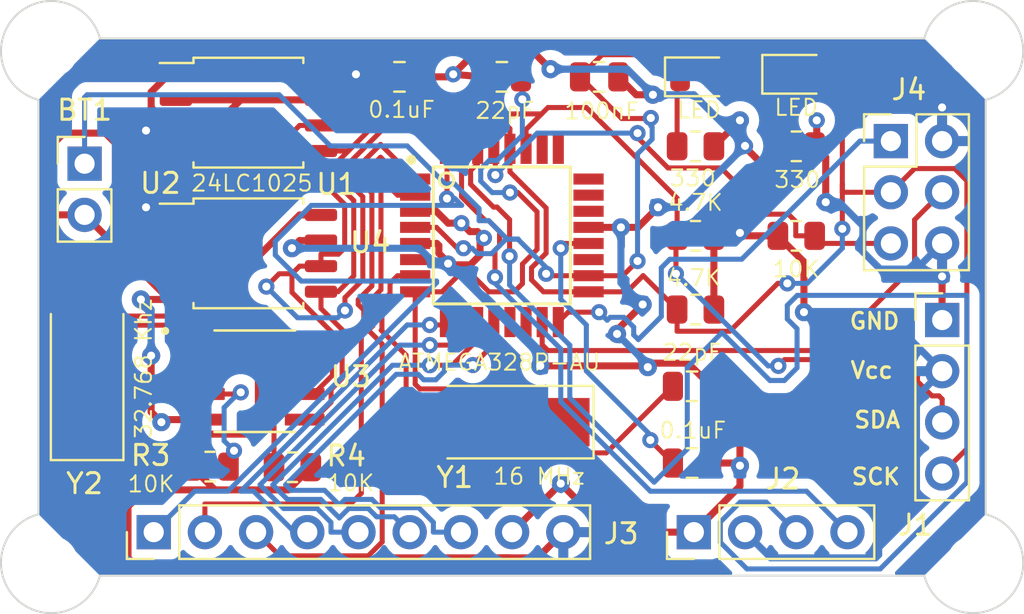
<source format=kicad_pcb>
(kicad_pcb (version 20221018) (generator pcbnew)
  (title_block (title "${project_name}") (date "2023-06-14") (rev "1") (comment 1 "2-Layer PCB version"))
  (layers (0 "F.Cu" mixed) (31 "B.Cu" mixed) (34 "B.Paste" user) (35 "F.Paste" user) (36 "B.SilkS" user "B.Silkscreen") (37 "F.SilkS" user "F.Silkscreen") (38 "B.Mask" user) (39 "F.Mask" user) (44 "Edge.Cuts" user))
  (property "project_name" "MCU Datalogger with memory and clock")
  (net 0 "")
  (net 1 "Net-(BT1-+)")
  (net 2 "GND")
  (net 3 "Net-(U4-AREF)")
  (net 4 "Net-(U4-PB6)")
  (net 5 "Net-(U4-PB7)")
  (net 6 "/Vcc")
  (net 7 "Net-(D1-K)")
  (net 8 "Net-(D2-K)")
  (net 9 "/SCK")
  (net 10 "/SDA")
  (net 11 "/RX")
  (net 12 "/TX")
  (net 13 "/D2")
  (net 14 "/D3")
  (net 15 "/D4")
  (net 16 "/D5")
  (net 17 "/D6")
  (net 18 "/D7")
  (net 19 "/D8")
  (net 20 "/MISO")
  (net 21 "/MOSI")
  (net 22 "/RESET")
  (net 23 "Net-(U3-~{INTA})")
  (net 24 "Net-(U3-SQW{slash}~INT)")
  (net 25 "Net-(U3-X1)")
  (net 26 "Net-(U3-X2)")
  (footprint "Connector_PinHeader_2.54mm:PinHeader_1x09_P2.54mm_Vertical" (layer "F.Cu") (at 130.937 114.427 90)
    (fp_text reference "J3")
    (fp_text value "Conn_01x09_Pin" hide)
  )
  (footprint "Crystal:Crystal_SMD_5032-2Pin_5.0x3.2mm_HandSoldering" (layer "F.Cu") (at 148.209 108.966 180)
    (fp_text reference "Y1")
    (fp_text value "16 MHz")
  )
  (footprint "Connector_PinHeader_2.54mm:PinHeader_1x04_P2.54mm_Vertical" (layer "F.Cu") (at 170.053 103.896)
    (fp_text reference "J1")
    (fp_text value "Conn_01x04_Pin" hide)
  )
  (footprint "MountingHole:MountingHole_2.1mm" (layer "F.Cu") (at 125.875 115.925)
    (fp_text reference "H2" hide)
    (fp_text value "MountingHole" hide)
  )
  (footprint "LED_SMD:LED_0805_2012Metric" (layer "F.Cu") (at 162.814 91.694)
    (fp_text reference "D2" hide)
    (fp_text value "LED")
  )
  (footprint "Capacitor_SMD:C_0805_2012Metric" (layer "F.Cu") (at 157.645 107.185 180)
    (fp_text reference "C2" hide)
    (fp_text value "22pF")
  )
  (footprint "Capacitor_SMD:C_0805_2012Metric" (layer "F.Cu") (at 153.035 91.821)
    (fp_text reference "C5" hide)
    (fp_text value "100nF")
  )
  (footprint "Resistor_SMD:R_0805_2012Metric" (layer "F.Cu") (at 162.814 99.715)
    (fp_text reference "R7" hide)
    (fp_text value "10K")
  )
  (footprint "MountingHole:MountingHole_2.1mm" (layer "F.Cu") (at 171.595 115.925)
    (fp_text reference "H4" hide)
    (fp_text value "MountingHole" hide)
  )
  (footprint "Connector_PinHeader_2.54mm:PinHeader_1x04_P2.54mm_Vertical" (layer "F.Cu") (at 157.734 114.427 90)
    (fp_text reference "J2")
    (fp_text value "Conn_01x04_Pin" hide)
  )
  (footprint "Package_SO:SOIC-8_5.23x5.23mm_P1.27mm" (layer "F.Cu") (at 135.636 93.599)
    (fp_text reference "U2")
    (fp_text value "24LC1025" hide)
  )
  (footprint "Capacitor_SMD:C_0805_2012Metric" (layer "F.Cu") (at 157.645 110.995 180)
    (fp_text reference "C1" hide)
    (fp_text value "0.1uF")
  )
  (footprint "Capacitor_SMD:C_0805_2012Metric" (layer "F.Cu") (at 143.129 91.821)
    (fp_text reference "C4" hide)
    (fp_text value "0.1uF")
  )
  (footprint "Resistor_SMD:R_0805_2012Metric" (layer "F.Cu") (at 137.8185 111.2035 180)
    (fp_text reference "R4")
    (fp_text value "10K")
  )
  (footprint "Connector_PinHeader_2.54mm:PinHeader_1x02_P2.54mm_Vertical" (layer "F.Cu") (at 127.508 96.134)
    (fp_text reference "BT1")
    (fp_text value "Battery" hide)
  )
  (footprint "Resistor_SMD:R_0805_2012Metric" (layer "F.Cu") (at 157.815 99.715 180)
    (fp_text reference "R6" hide)
    (fp_text value "4.7K")
  )
  (footprint "MountingHole:MountingHole_2.1mm" (layer "F.Cu") (at 125.875 90.525)
    (fp_text reference "H1" hide)
    (fp_text value "MountingHole" hide)
  )
  (footprint "ATMEGA328P-AU:QFP80P900X900X120-32N" (layer "F.Cu") (at 148.209 99.695)
    (fp_text reference "U4")
    (fp_text value "ATMEGA328P-AU")
  )
  (footprint "Resistor_SMD:R_0805_2012Metric" (layer "F.Cu") (at 162.814 95.27 180)
    (fp_text reference "R2" hide)
    (fp_text value "330")
  )
  (footprint "DS1337S_:SOIC127P600X175-8N" (layer "F.Cu") (at 135.952 106.934)
    (fp_text reference "U3")
    (fp_text value "DS1337S+" hide)
  )
  (footprint "LED_SMD:LED_0805_2012Metric" (layer "F.Cu") (at 157.988 91.821)
    (fp_text reference "D1" hide)
    (fp_text value "LED")
  )
  (footprint "Package_SO:SOIC-8_5.23x5.23mm_P1.27mm" (layer "F.Cu") (at 135.636 100.584)
    (fp_text reference "U1")
    (fp_text value "24LC1025")
  )
  (footprint "Connector_PinHeader_2.54mm:PinHeader_2x03_P2.54mm_Vertical" (layer "F.Cu") (at 167.508 95.011)
    (fp_text reference "J4")
    (fp_text value "Conn_02x03_Odd_Even" hide)
  )
  (footprint "Crystal:Crystal_SMD_5032-2Pin_5.0x3.2mm_HandSoldering" (layer "F.Cu") (at 127.635 106.299 90)
    (fp_text reference "Y2")
    (fp_text value "32.768 Khz")
  )
  (footprint "Resistor_SMD:R_0805_2012Metric" (layer "F.Cu") (at 157.815 95.27)
    (fp_text reference "R1" hide)
    (fp_text value "330")
  )
  (footprint "MountingHole:MountingHole_2.1mm" (layer "F.Cu") (at 171.595 90.525)
    (fp_text reference "H3" hide)
    (fp_text value "MountingHole" hide)
  )
  (footprint "Capacitor_SMD:C_0805_2012Metric" (layer "F.Cu") (at 148.209 91.821)
    (fp_text reference "C3" hide)
    (fp_text value "22pF")
  )
  (footprint "Resistor_SMD:R_0805_2012Metric" (layer "F.Cu") (at 157.815 103.375 180)
    (fp_text reference "R5" hide)
    (fp_text value "4.7K")
  )
  (footprint "Resistor_SMD:R_0805_2012Metric" (layer "F.Cu") (at 133.731 111.1735)
    (fp_text reference "R3")
    (fp_text value "10K")
  )
  (gr_arc (start 169.164 89.916) (mid 173.34134 88.78666) (end 172.212 92.964) (stroke (width 0.1)) (layer "Edge.Cuts"))
  (gr_line (start 125.222 113.538) (end 125.222 92.964) (stroke (width 0.1)) (layer "Edge.Cuts"))
  (gr_line (start 169.164 116.586) (end 128.27 116.586) (stroke (width 0.1)) (layer "Edge.Cuts"))
  (gr_line (start 172.212 92.964) (end 172.212 113.538) (stroke (width 0.1)) (layer "Edge.Cuts"))
  (gr_arc (start 172.212 113.538) (mid 173.34134 117.71534) (end 169.164 116.586) (stroke (width 0.1)) (layer "Edge.Cuts"))
  (gr_arc (start 128.27 116.586) (mid 124.09266 117.71534) (end 125.222 113.538) (stroke (width 0.1)) (layer "Edge.Cuts"))
  (gr_arc (start 125.222 92.964) (mid 124.09266 88.78666) (end 128.27 89.916) (stroke (width 0.1)) (layer "Edge.Cuts"))
  (gr_line (start 128.27 89.916) (end 169.164 89.916) (stroke (width 0.1)) (layer "Edge.Cuts"))
  (gr_text "SDA" (at 165.608 109.3216) (layer "F.SilkS") (effects (font (size 0.8 0.8) (thickness 0.15) bold) (justify left bottom)))
  (gr_text "GND" (at 165.3794 104.4194) (layer "F.SilkS") (effects (font (size 0.8 0.8) (thickness 0.15) bold) (justify left bottom)))
  (gr_text "Vcc" (at 165.4302 106.8578) (layer "F.SilkS") (effects (font (size 0.8 0.8) (thickness 0.15) bold) (justify left bottom)))
  (gr_text "SCK" (at 165.481 112.141) (layer "F.SilkS") (effects (font (size 0.8 0.8) (thickness 0.15) bold) (justify left bottom)))
  (segment (start 158.9255 91.821) (end 157.8255 90.721) (width 0.25) (layer "F.Cu") (net 1))
  (segment (start 145.996818 100.33) (end 144.961818 99.295) (width 0.25) (layer "F.Cu") (net 1))
  (segment (start 153.185 90.721) (end 152.085 91.821) (width 0.25) (layer "F.Cu") (net 1))
  (segment (start 154.21 101.695) (end 152.509 101.695) (width 0.25) (layer "F.Cu") (net 1))
  (segment (start 150.5005 101.695) (end 150.4055 101.6) (width 0.25) (layer "F.Cu") (net 1))
  (segment (start 152.509 101.695) (end 150.5005 101.695) (width 0.25) (layer "F.Cu") (net 1))
  (segment (start 144.961818 99.295) (end 143.909 99.295) (width 0.25) (layer "F.Cu") (net 1))
  (segment (start 155.598544 93.863119) (end 155.571663 93.89) (width 0.25) (layer "F.Cu") (net 1))
  (segment (start 146.304 100.33) (end 145.996818 100.33) (width 0.25) (layer "F.Cu") (net 1))
  (segment (start 157.8255 90.721) (end 153.185 90.721) (width 0.25) (layer "F.Cu") (net 1))
  (segment (start 154.154 93.89) (end 152.085 91.821) (width 0.25) (layer "F.Cu") (net 1))
  (segment (start 155.571663 93.89) (end 154.154 93.89) (width 0.25) (layer "F.Cu") (net 1))
  (segment (start 154.94 100.965) (end 154.21 101.695) (width 0.25) (layer "F.Cu") (net 1))
  (via (at 146.304 100.33) (size 0.8) (drill 0.4) (layers "F.Cu" "B.Cu") (net 1))
  (via (at 155.598544 93.863119) (size 0.8) (drill 0.4) (layers "F.Cu" "B.Cu") (net 1))
  (via (at 154.94 100.965) (size 0.8) (drill 0.4) (layers "F.Cu" "B.Cu") (net 1))
  (via (at 150.4055 101.6) (size 0.8) (drill 0.4) (layers "F.Cu" "B.Cu") (net 1))
  (segment (start 145.325 97.137147) (end 145.857609 97.137147) (width 0.25) (layer "B.Cu") (net 1))
  (segment (start 155.665 94.915305) (end 154.94 95.640305) (width 0.25) (layer "B.Cu") (net 1))
  (segment (start 127.508 96.134) (end 127.508 92.837) (width 0.25) (layer "B.Cu") (net 1))
  (segment (start 150.4055 101.2819) (end 150.4055 101.6) (width 0.25) (layer "B.Cu") (net 1))
  (segment (start 155.665 94.314695) (end 155.665 94.915305) (width 0.25) (layer "B.Cu") (net 1))
  (segment (start 155.598544 94.248239) (end 155.665 94.314695) (width 0.25) (layer "B.Cu") (net 1))
  (segment (start 149.016755 99.877749) (end 149.016755 99.893155) (width 0.25) (layer "B.Cu") (net 1))
  (segment (start 148.416145 99.877749) (end 149.016755 99.877749) (width 0.25) (layer "B.Cu") (net 1))
  (segment (start 146.998984 100.597) (end 147.696894 100.597) (width 0.25) (layer "B.Cu") (net 1))
  (segment (start 137.16 92.71) (end 139.7 95.25) (width 0.25) (layer "B.Cu") (net 1))
  (segment (start 146.304 100.33) (end 146.731984 100.33) (width 0.25) (layer "B.Cu") (net 1))
  (segment (start 147.079 98.358538) (end 147.079 98.962069) (width 0.25) (layer "B.Cu") (net 1))
  (segment (start 145.325 97.065) (end 145.325 97.137147) (width 0.25) (layer "B.Cu") (net 1))
  (segment (start 147.696894 100.597) (end 148.416145 99.877749) (width 0.25) (layer "B.Cu") (net 1))
  (segment (start 155.598544 93.863119) (end 155.598544 94.248239) (width 0.25) (layer "B.Cu") (net 1))
  (segment (start 147.079 98.962069) (end 147.556085 98.962069) (width 0.25) (layer "B.Cu") (net 1))
  (segment (start 143.51 95.25) (end 145.325 97.065) (width 0.25) (layer "B.Cu") (net 1))
  (segment (start 154.94 95.640305) (end 154.94 100.965) (width 0.25) (layer "B.Cu") (net 1))
  (segment (start 149.016755 99.893155) (end 150.4055 101.2819) (width 0.25) (layer "B.Cu") (net 1))
  (segment (start 139.7 95.25) (end 143.51 95.25) (width 0.25) (layer "B.Cu") (net 1))
  (segment (start 127.508 92.837) (end 127.635 92.71) (width 0.25) (layer "B.Cu") (net 1))
  (segment (start 127.635 92.71) (end 137.16 92.71) (width 0.25) (layer "B.Cu") (net 1))
  (segment (start 148.471765 99.877749) (end 149.016755 99.877749) (width 0.25) (layer "B.Cu") (net 1))
  (segment (start 146.731984 100.33) (end 146.998984 100.597) (width 0.25) (layer "B.Cu") (net 1))
  (segment (start 145.857609 97.137147) (end 147.079 98.358538) (width 0.25) (layer "B.Cu") (net 1))
  (segment (start 147.556085 98.962069) (end 148.471765 99.877749) (width 0.25) (layer "B.Cu") (net 1))
  (segment (start 159.89 110.995) (end 158.595 110.995) (width 0.35) (layer "F.Cu") (net 2))
  (segment (start 147.129 100.671727) (end 146.645727 101.155) (width 0.35) (layer "F.Cu") (net 2))
  (segment (start 131.318 108.966) (end 130.81 108.458) (width 0.35) (layer "F.Cu") (net 2))
  (segment (start 132.036 92.964) (end 135.255 92.964) (width 0.35) (layer "F.Cu") (net 2))
  (segment (start 131.6505 102.8745) (end 132.036 102.489) (width 0.35) (layer "F.Cu") (net 2))
  (segment (start 132.036 95.504) (end 132.715 95.504) (width 0.35) (layer "F.Cu") (net 2))
  (segment (start 144.953979 98.495) (end 143.909 98.495) (width 0.35) (layer "F.Cu") (net 2))
  (segment (start 150.114 106.172) (end 155.3855 106.172) (width 0.35) (layer "F.Cu") (net 2))
  (segment (start 155.6475 106.035) (end 157.445 106.035) (width 0.35) (layer "F.Cu") (net 2))
  (segment (start 139.243 92.971) (end 142.929 92.971) (width 0.35) (layer "F.Cu") (net 2))
  (segment (start 139.236 92.964) (end 139.243 92.971) (width 0.35) (layer "F.Cu") (net 2))
  (segment (start 144.079 91.821) (end 145.796 91.821) (width 0.35) (layer "F.Cu") (net 2))
  (segment (start 144.984 100.095) (end 143.909 100.095) (width 0.35) (layer "F.Cu") (net 2))
  (segment (start 170.048 101.732) (end 170.048 100.091) (width 0.35) (layer "F.Cu") (net 2))
  (segment (start 150.622 91.44) (end 149.853 90.671) (width 0.35) (layer "F.Cu") (net 2))
  (segment (start 125.73 98.425) (end 125.979 98.674) (width 0.35) (layer "F.Cu") (net 2))
  (segment (start 153.924 104.394) (end 155.194 103.124) (width 0.35) (layer "F.Cu") (net 2))
  (segment (start 164.2755 98.044) (end 164.2755 95.819) (width 0.35) (layer "F.Cu") (net 2))
  (segment (start 162.4765 96.52) (end 163.7265 95.27) (width 0.35) (layer "F.Cu") (net 2))
  (segment (start 146.645727 101.155) (end 145.605 101.155) (width 0.35) (layer "F.Cu") (net 2))
  (segment (start 158.595 107.185) (end 160.02 108.61) (width 0.35) (layer "F.Cu") (net 2))
  (segment (start 158.595 110.995) (end 158.595 107.185) (width 0.35) (layer "F.Cu") (net 2))
  (segment (start 155.702 92.71) (end 154.874 92.71) (width 0.35) (layer "F.Cu") (net 2))
  (segment (start 160.234406 95.27) (end 160.214406 95.25) (width 0.35) (layer "F.Cu") (net 2))
  (segment (start 146.819 90.671) (end 145.796 91.694) (width 0.35) (layer "F.Cu") (net 2))
  (segment (start 146.2024 99.0854) (end 146.622 99.505) (width 0.35) (layer "F.Cu") (net 2))
  (segment (start 146.2024 99.0854) (end 145.544379 99.0854) (width 0.35) (layer "F.Cu") (net 2))
  (segment (start 157.445 106.035) (end 158.595 107.185) (width 0.35) (layer "F.Cu") (net 2))
  (segment (start 147.003 99.505) (end 147.32 99.822) (width 0.35) (layer "F.Cu") (net 2))
  (segment (start 133.477 108.839) (end 131.445 108.839) (width 0.35) (layer "F.Cu") (net 2))
  (segment (start 145.084 100.584) (end 145.084 100.195) (width 0.35) (layer "F.Cu") (net 2))
  (segment (start 160.214406 95.25) (end 160.274 95.25) (width 0.35) (layer "F.Cu") (net 2))
  (segment (start 147.129 100.671727) (end 147.129 100.013) (width 0.35) (layer "F.Cu") (net 2))
  (segment (start 128.539 94.615) (end 126.477 94.615) (width 0.35) (layer "F.Cu") (net 2))
  (segment (start 132.036 95.504) (end 129.428 95.504) (width 0.35) (layer "F.Cu") (net 2))
  (segment (start 160.02 111.125) (end 159.89 110.995) (width 0.35) (layer "F.Cu") (net 2))
  (segment (start 170.048 103.891) (end 170.053 103.896) (width 0.35) (layer "F.Cu") (net 2))
  (segment (start 154.959 99.295) (end 155.956 98.298) (width 0.35) (layer "F.Cu") (net 2))
  (segment (start 129.428 95.504) (end 128.539 94.615) (width 0.35) (layer "F.Cu") (net 2))
  (segment (start 131.445 108.839) (end 131.318 108.966) (width 0.35) (layer "F.Cu") (net 2))
  (segment (start 148.717 114.427) (end 151.13 112.014) (width 0.35) (layer "F.Cu") (net 2))
  (segment (start 135.255 92.964) (end 139.236 92.964) (width 0.35) (layer "F.Cu") (net 2))
  (segment (start 164.2755 95.819) (end 163.7265 95.27) (width 0.35) (layer "F.Cu") (net 2))
  (segment (start 145.542 101.042) (end 145.084 100.584) (width 0.35) (layer "F.Cu") (net 2))
  (segment (start 157.734 114.427) (end 160.02 112.141) (width 0.35) (layer "F.Cu") (net 2))
  (segment (start 147.129 100.013) (end 147.32 99.822) (width 0.35) (layer "F.Cu") (net 2))
  (segment (start 149.853 90.671) (end 146.819 90.671) (width 0.35) (layer "F.Cu") (net 2))
  (segment (start 155.3855 106.172) (end 155.448 106.2345) (width 0.35) (layer "F.Cu") (net 2))
  (segment (start 153.924 104.5855) (end 153.924 104.394) (width 0.35) (layer "F.Cu") (net 2))
  (segment (start 160.02 108.61) (end 160.02 111.125) (width 0.35) (layer "F.Cu") (net 2))
  (segment (start 130.81 108.458) (end 130.81 105.664) (width 0.35) (layer "F.Cu") (net 2))
  (segment (start 138.176 99.949) (end 137.795 100.33) (width 0.35) (layer "F.Cu") (net 2))
  (segment (start 132.715 95.504) (end 135.255 92.964) (width 0.35) (layer "F.Cu") (net 2))
  (segment (start 155.448 106.2345) (end 155.6475 106.035) (width 0.35) (layer "F.Cu") (net 2))
  (segment (start 161.484406 96.52) (end 162.4765 96.52) (width 0.35) (layer "F.Cu") (net 2))
  (segment (start 130.302 102.8745) (end 131.6505 102.8745) (width 0.35) (layer "F.Cu") (net 2))
  (segment (start 125.73 95.362) (end 125.73 98.425) (width 0.35) (layer "F.Cu") (net 2))
  (segment (start 153.543 114.427) (end 157.734 114.427) (width 0.35) (layer "F.Cu") (net 2))
  (segment (start 160.274 95.25) (end 160.274 95.309594) (width 0.35) (layer "F.Cu") (net 2))
  (segment (start 145.544379 99.0854) (end 144.953979 98.495) (width 0.35) (layer "F.Cu") (net 2))
  (segment (start 158.73 95.27) (end 160.02 93.98) (width 0.35) (layer "F.Cu") (net 2))
  (segment (start 163.83 95.1665) (end 163.7265 95.27) (width 0.35) (layer "F.Cu") (net 2))
  (segment (start 132.036 102.489) (end 131.323 102.489) (width 0.35) (layer "F.Cu") (net 2))
  (segment (start 131.323 102.489) (end 127.508 98.674) (width 0.35) (layer "F.Cu") (net 2))
  (segment (start 142.929 92.971) (end 144.079 91.821) (width 0.35) (layer "F.Cu") (net 2))
  (segment (start 160.274 95.309594) (end 161.484406 96.52) (width 0.35) (layer "F.Cu") (net 2))
  (segment (start 152.509 99.295) (end 154.959 99.295) (width 0.35) (layer "F.Cu") (net 2))
  (segment (start 154.874 92.71) (end 153.985 91.821) (width 0.35) (layer "F.Cu") (net 2))
  (segment (start 145.084 100.195) (end 144.984 100.095) (width 0.35) (layer "F.Cu") (net 2))
  (segment (start 145.542 101.092) (end 145.542 101.042) (width 0.35) (layer "F.Cu") (net 2))
  (segment (start 160.02 112.141) (end 160.02 111.125) (width 0.35) (layer "F.Cu") (net 2))
  (segment (start 145.796 91.694) (end 147.259 91.821) (width 0.35) (layer "F.Cu") (net 2))
  (segment (start 151.13 112.014) (end 153.543 114.427) (width 0.35) (layer "F.Cu") (net 2))
  (segment (start 170.048 101.732) (end 170.048 103.891) (width 0.35) (layer "F.Cu") (net 2))
  (segment (start 146.622 99.505) (end 147.003 99.505) (width 0.35) (layer "F.Cu") (net 2))
  (segment (start 139.236 99.949) (end 138.176 99.949) (width 0.35) (layer "F.Cu") (net 2))
  (segment (start 125.979 98.674) (end 127.508 98.674) (width 0.35) (layer "F.Cu") (net 2))
  (segment (start 145.605 101.155) (end 145.542 101.092) (width 0.35) (layer "F.Cu") (net 2))
  (segment (start 145.796 91.821) (end 145.796 91.694) (width 0.35) (layer "F.Cu") (net 2))
  (segment (start 126.477 94.615) (end 125.73 95.362) (width 0.35) (layer "F.Cu") (net 2))
  (segment (start 163.83 93.98) (end 163.83 95.1665) (width 0.35) (layer "F.Cu") (net 2))
  (via (at 151.13 112.014) (size 0.9) (drill 0.4) (layers "F.Cu" "B.Cu") (net 2))
  (via (at 160.02 93.98) (size 0.9) (drill 0.4) (layers "F.Cu" "B.Cu") (net 2))
  (via (at 155.956 98.298) (size 0.9) (drill 0.4) (layers "F.Cu" "B.Cu") (net 2))
  (via (at 146.2024 99.0854) (size 0.8) (drill 0.4) (layers "F.Cu" "B.Cu") (net 2))
  (via (at 153.924 104.5855) (size 0.9) (drill 0.4) (layers "F.Cu" "B.Cu") (net 2))
  (via (at 147.32 99.822) (size 0.8) (drill 0.4) (layers "F.Cu" "B.Cu") (net 2))
  (via (at 160.274 95.25) (size 0.8) (drill 0.4) (layers "F.Cu" "B.Cu") (net 2))
  (via (at 170.048 101.732) (size 0.8) (drill 0.4) (layers "F.Cu" "B.Cu") (net 2))
  (via (at 150.622 91.44) (size 0.9) (drill 0.4) (layers "F.Cu" "B.Cu") (net 2))
  (via (at 163.83 93.98) (size 0.8) (drill 0.4) (layers "F.Cu" "B.Cu") (net 2))
  (via (at 145.542 101.092) (size 0.8) (drill 0.4) (layers "F.Cu" "B.Cu") (net 2))
  (via (at 137.795 100.33) (size 0.9) (drill 0.4) (layers "F.Cu" "B.Cu") (net 2))
  (via (at 155.194 103.124) (size 0.9) (drill 0.4) (layers "F.Cu" "B.Cu") (net 2))
  (via (at 155.448 106.2345) (size 0.9) (drill 0.4) (layers "F.Cu" "B.Cu") (net 2))
  (via (at 155.702 92.71) (size 0.9) (drill 0.4) (layers "F.Cu" "B.Cu") (net 2))
  (via (at 130.81 105.664) (size 0.9) (drill 0.4) (layers "F.Cu" "B.Cu") (net 2))
  (via (at 130.302 102.8745) (size 0.9) (drill 0.4) (layers "F.Cu" "B.Cu") (net 2))
  (via (at 131.318 108.966) (size 0.9) (drill 0.4) (layers "F.Cu" "B.Cu") (net 2))
  (via (at 150.114 106.172) (size 0.9) (drill 0.4) (layers "F.Cu" "B.Cu") (net 2))
  (via (at 164.2755 98.044) (size 0.9) (drill 0.4) (layers "F.Cu" "B.Cu") (net 2))
  (via (at 145.796 91.694) (size 0.8) (drill 0.4) (layers "F.Cu" "B.Cu") (net 2))
  (via (at 154.1155 99.295) (size 0.9) (drill 0.4) (layers "F.Cu" "B.Cu") (net 2))
  (via (at 160.02 111.125) (size 0.9) (drill 0.4) (layers "F.Cu" "B.Cu") (net 2))
  (segment (start 170.048 100.091) (end 168.773 101.366) (width 0.35) (layer "B.Cu") (net 2))
  (segment (start 144.118817 100.33) (end 144.880817 101.092) (width 0.35) (layer "B.Cu") (net 2))
  (segment (start 164.944227 98.044) (end 164.2755 98.044) (width 0.35) (layer "B.Cu") (net 2))
  (segment (start 157.734 92.71) (end 158.75 93.726) (width 0.35) (layer "B.Cu") (net 2))
  (segment (start 155.194 103.124) (end 154.115 102.045) (width 0.35) (layer "B.Cu") (net 2))
  (segment (start 150.114 105.664) (end 150.114 106.172) (width 0.35) (layer "B.Cu") (net 2))
  (segment (start 153.924 104.5855) (end 155.448 106.1095) (width 0.35) (layer "B.Cu") (net 2))
  (segment (start 155.702 92.71) (end 157.734 92.71) (width 0.35) (layer "B.Cu") (net 2))
  (segment (start 155.956 98.298) (end 157.226 98.298) (width 0.35) (layer "B.Cu") (net 2))
  (segment (start 166.116 99.215773) (end 164.944227 98.044) (width 0.35) (layer "B.Cu") (net 2))
  (segment (start 154.115 102.045) (end 154.115 99.2955) (width 0.35) (layer "B.Cu") (net 2))
  (segment (start 130.81 103.3825) (end 130.302 102.8745) (width 0.35) (layer "B.Cu") (net 2))
  (segment (start 155.702 92.71) (end 154.432 91.44) (width 0.35) (layer "B.Cu") (net 2))
  (segment (start 166.979877 101.366) (end 166.116 100.502123) (width 0.35) (layer "B.Cu") (net 2))
  (segment (start 158.75 93.726) (end 160.274 95.25) (width 0.35) (layer "B.Cu") (net 2))
  (segment (start 150.114 106.172) (end 150.368 106.172) (width 0.35) (layer "B.Cu") (net 2))
  (segment (start 157.226 98.298) (end 160.274 95.25) (width 0.35) (layer "B.Cu") (net 2))
  (segment (start 166.116 100.502123) (end 166.116 99.215773) (width 0.35) (layer "B.Cu") (net 2))
  (segment (start 160.02 94.996) (end 160.274 95.25) (width 0.35) (layer "B.Cu") (net 2))
  (segment (start 160.02 93.98) (end 160.02 94.996) (width 0.35) (layer "B.Cu") (net 2))
  (segment (start 137.795 100.33) (end 144.118817 100.33) (width 0.35) (layer "B.Cu") (net 2))
  (segment (start 154.432 91.44) (end 150.622 91.44) (width 0.35) (layer "B.Cu") (net 2))
  (segment (start 154.115 99.2955) (end 154.1155 99.295) (width 0.35) (layer "B.Cu") (net 2))
  (segment (start 130.81 105.664) (end 130.81 103.3825) (width 0.35) (layer "B.Cu") (net 2))
  (segment (start 155.448 106.1095) (end 155.448 106.2345) (width 0.35) (layer "B.Cu") (net 2))
  (segment (start 145.542 101.092) (end 150.114 105.664) (width 0.35) (layer "B.Cu") (net 2))
  (segment (start 144.880817 101.092) (end 145.542 101.092) (width 0.35) (layer "B.Cu") (net 2))
  (segment (start 168.773 101.366) (end 166.979877 101.366) (width 0.35) (layer "B.Cu") (net 2))
  (segment (start 155.575 109.855) (end 155.575 109.875) (width 0.25) (layer "F.Cu") (net 3))
  (segment (start 155.575 109.875) (end 156.695 110.995) (width 0.25) (layer "F.Cu") (net 3))
  (segment (start 151.365 100.095) (end 152.509 100.095) (width 0.25) (layer "F.Cu") (net 3))
  (segment (start 151.13 100.33) (end 151.365 100.095) (width 0.25) (layer "F.Cu") (net 3))
  (via (at 155.575 109.855) (size 0.8) (drill 0.4) (layers "F.Cu" "B.Cu") (net 3))
  (via (at 151.13 100.33) (size 0.8) (drill 0.4) (layers "F.Cu" "B.Cu") (net 3))
  (segment (start 155.575 109.601) (end 155.575 109.855) (width 0.25) (layer "B.Cu") (net 3))
  (segment (start 151.13 102.87) (end 152.4 104.14) (width 0.25) (layer "B.Cu") (net 3))
  (segment (start 151.13 100.33) (end 151.13 102.87) (width 0.25) (layer "B.Cu") (net 3))
  (segment (start 152.4 106.426) (end 155.575 109.601) (width 0.25) (layer "B.Cu") (net 3))
  (segment (start 152.4 104.14) (end 152.4 106.426) (width 0.25) (layer "B.Cu") (net 3))
  (segment (start 142.236784 103.003008) (end 142.661 102.578792) (width 0.25) (layer "F.Cu") (net 4))
  (segment (start 145.159604 108.966) (end 143.459 107.265396) (width 0.25) (layer "F.Cu") (net 4))
  (segment (start 142.225326 104.404493) (end 142.258701 104.371117) (width 0.25) (layer "F.Cu") (net 4))
  (segment (start 153.389 110.491) (end 156.695 107.185) (width 0.25) (layer "F.Cu") (net 4))
  (segment (start 143.034 101.695) (end 143.909 101.695) (width 0.25) (layer "F.Cu") (net 4))
  (segment (start 142.661 102.578792) (end 142.661 102.068) (width 0.25) (layer "F.Cu") (net 4))
  (segment (start 142.258701 104.371117) (end 142.2587 103.024924) (width 0.25) (layer "F.Cu") (net 4))
  (segment (start 145.609 108.966) (end 147.134 110.491) (width 0.25) (layer "F.Cu") (net 4))
  (segment (start 145.609 108.966) (end 145.159604 108.966) (width 0.25) (layer "F.Cu") (net 4))
  (segment (start 147.134 110.491) (end 153.389 110.491) (width 0.25) (layer "F.Cu") (net 4))
  (segment (start 142.661 102.068) (end 143.034 101.695) (width 0.25) (layer "F.Cu") (net 4))
  (segment (start 143.459 105.638167) (end 142.225326 104.404493) (width 0.25) (layer "F.Cu") (net 4))
  (segment (start 142.2587 103.024924) (end 142.236784 103.003008) (width 0.25) (layer "F.Cu") (net 4))
  (segment (start 143.459 107.265396) (end 143.459 105.638167) (width 0.25) (layer "F.Cu") (net 4))
  (segment (start 149.955 98.521396) (end 149.955 100.388799) (width 0.25) (layer "F.Cu") (net 5))
  (segment (start 149.955 100.388799) (end 149.2305 101.113299) (width 0.25) (layer "F.Cu") (net 5))
  (segment (start 148.999303 97.565699) (end 149.955 98.521396) (width 0.25) (layer "F.Cu") (net 5))
  (segment (start 145.235016 102.495) (end 143.909 102.495) (width 0.25) (layer "F.Cu") (net 5))
  (segment (start 149.2305 101.113299) (end 149.2305 102.086701) (width 0.25) (layer "F.Cu") (net 5))
  (segment (start 144.145 107.315) (end 143.909 107.079) (width 0.25) (layer "F.Cu") (net 5))
  (segment (start 147.567541 102.4955) (end 146.777041 101.705) (width 0.25) (layer "F.Cu") (net 5))
  (segment (start 148.611101 97.565699) (end 148.999303 97.565699) (width 0.25) (layer "F.Cu") (net 5))
  (segment (start 150.809 108.966) (end 149.158 107.315) (width 0.25) (layer "F.Cu") (net 5))
  (segment (start 146.025016 101.705) (end 145.235016 102.495) (width 0.25) (layer "F.Cu") (net 5))
  (segment (start 148.821701 102.4955) (end 147.567541 102.4955) (width 0.25) (layer "F.Cu") (net 5))
  (segment (start 149.2305 102.086701) (end 148.821701 102.4955) (width 0.25) (layer "F.Cu") (net 5))
  (segment (start 149.158 107.315) (end 144.145 107.315) (width 0.25) (layer "F.Cu") (net 5))
  (segment (start 149.225 92.938) (end 149.225 91.887) (width 0.25) (layer "F.Cu") (net 5))
  (segment (start 143.909 107.079) (end 143.909 102.495) (width 0.25) (layer "F.Cu") (net 5))
  (segment (start 146.777041 101.705) (end 146.025016 101.705) (width 0.25) (layer "F.Cu") (net 5))
  (via (at 149.225 92.938) (size 0.8) (drill 0.4) (layers "F.Cu" "B.Cu") (net 5))
  (via (at 148.611101 97.565699) (size 0.8) (drill 0.4) (layers "F.Cu" "B.Cu") (net 5))
  (segment (start 147.584195 95.97042) (end 147.973104 95.97042) (width 0.25) (layer "B.Cu") (net 5))
  (segment (start 149.225 94.718524) (end 149.225 92.938) (width 0.25) (layer "B.Cu") (net 5))
  (segment (start 148.611101 97.565699) (end 147.729474 97.565699) (width 0.25) (layer "B.Cu") (net 5))
  (segment (start 147.1595 96.395115) (end 147.584195 95.97042) (width 0.25) (layer "B.Cu") (net 5))
  (segment (start 147.973104 95.97042) (end 149.225 94.718524) (width 0.25) (layer "B.Cu") (net 5))
  (segment (start 147.729474 97.565699) (end 147.1595 96.995725) (width 0.25) (layer "B.Cu") (net 5))
  (segment (start 147.1595 96.995725) (end 147.1595 96.395115) (width 0.25) (layer "B.Cu") (net 5))
  (segment (start 158.7275 99.715) (end 159.873 99.715) (width 0.35) (layer "F.Cu") (net 6))
  (segment (start 135.518437 109.559) (end 136.13 108.947437) (width 0.35) (layer "F.Cu") (net 6))
  (segment (start 132.036 98.679) (end 130.937 98.679) (width 0.35) (layer "F.Cu") (net 6))
  (segment (start 133.9735 112.3285) (end 130.4855 112.3285) (width 0.35) (layer "F.Cu") (net 6))
  (segment (start 132.8185 111.1735) (end 132.340152 110.695152) (width 0.35) (layer "F.Cu") (net 6))
  (segment (start 142.075519 116.152) (end 142.525519 115.702) (width 0.35) (layer "F.Cu") (net 6))
  (segment (start 159.873 99.715) (end 160.02 99.568) (width 0.35) (layer "F.Cu") (net 6))
  (segment (start 132.036 91.694) (end 131.692827 91.694) (width 0.35) (layer "F.Cu") (net 6))
  (segment (start 158.7275 99.715) (end 158.7275 103.375) (width 0.35) (layer "F.Cu") (net 6))
  (segment (start 139.236 91.694) (end 142.052 91.694) (width 0.35) (layer "F.Cu") (net 6))
  (segment (start 138.176 98.679) (end 139.236 98.679) (width 0.35) (layer "F.Cu") (net 6))
  (segment (start 132.036 101.219) (end 132.036 98.679) (width 0.35) (layer "F.Cu") (net 6))
  (segment (start 151.257 114.427) (end 149.982 115.702) (width 0.35) (layer "F.Cu") (net 6))
  (segment (start 130.937 98.679) (end 130.556 98.298) (width 0.35) (layer "F.Cu") (net 6))
  (segment (start 149.982 115.702) (end 148.188877 115.702) (width 0.35) (layer "F.Cu") (net 6))
  (segment (start 132.036 101.219) (end 135.636 101.219) (width 0.35) (layer "F.Cu") (net 6))
  (segment (start 163.195 103.505) (end 163.195 101.0085) (width 0.35) (layer "F.Cu") (net 6))
  (segment (start 163.195 101.0085) (end 161.9015 99.715) (width 0.35) (layer "F.Cu") (net 6))
  (segment (start 136.13 106.739152) (end 137.840152 105.029) (width 0.35) (layer "F.Cu") (net 6))
  (segment (start 135.636 101.219) (end 138.176 98.679) (width 0.35) (layer "F.Cu") (net 6))
  (segment (start 130.81 94.234) (end 130.556 94.488) (width 0.35) (layer "F.Cu") (net 6))
  (segment (start 131.692827 94.234) (end 132.036 94.234) (width 0.35) (layer "F.Cu") (net 6))
  (segment (start 132.036 94.234) (end 130.81 94.234) (width 0.35) (layer "F.Cu") (net 6))
  (segment (start 129.662 113.152) (end 129.662 115.702) (width 0.35) (layer "F.Cu") (net 6))
  (segment (start 142.525519 115.702) (end 148.59 115.702) (width 0.35) (layer "F.Cu") (net 6))
  (segment (start 132.340152 109.559) (end 135.518437 109.559) (width 0.35) (layer "F.Cu") (net 6))
  (segment (start 142.052 91.694) (end 142.179 91.821) (width 0.35) (layer "F.Cu") (net 6))
  (segment (start 136.13 108.947437) (end 136.13 106.739152) (width 0.35) (layer "F.Cu") (net 6))
  (segment (start 138.731 111.2035) (end 137.606 112.3285) (width 0.35) (layer "F.Cu") (net 6))
  (segment (start 130.811 93.352173) (end 131.692827 94.234) (width 0.35) (layer "F.Cu") (net 6))
  (segment (start 131.692827 91.694) (end 130.811 92.575827) (width 0.35) (layer "F.Cu") (net 6))
  (segment (start 130.112 116.152) (end 142.075519 116.152) (width 0.35) (layer "F.Cu") (net 6))
  (segment (start 170.048 93.34) (end 170.048 95.011) (width 0.35) (layer "F.Cu") (net 6))
  (segment (start 160.167 99.715) (end 161.9015 99.715) (width 0.35) (layer "F.Cu") (net 6))
  (segment (start 132.340152 110.695152) (end 132.340152 109.559) (width 0.35) (layer "F.Cu") (net 6))
  (segment (start 160.02 99.568) (end 160.167 99.715) (width 0.35) (layer "F.Cu") (net 6))
  (segment (start 133.9735 112.3285) (end 132.8185 111.1735) (width 0.35) (layer "F.Cu") (net 6))
  (segment (start 130.811 92.575827) (end 130.811 93.352173) (width 0.35) (layer "F.Cu") (net 6))
  (segment (start 137.840152 105.029) (end 138.427 105.029) (width 0.35) (layer "F.Cu") (net 6))
  (segment (start 129.662 115.702) (end 130.112 116.152) (width 0.35) (layer "F.Cu") (net 6))
  (segment (start 130.4855 112.3285) (end 129.662 113.152) (width 0.35) (layer "F.Cu") (net 6))
  (segment (start 137.606 112.3285) (end 133.9735 112.3285) (width 0.35) (layer "F.Cu") (net 6))
  (via (at 163.195 103.505) (size 0.9) (drill 0.4) (layers "F.Cu" "B.Cu") (net 6))
  (via (at 130.556 94.488) (size 0.9) (drill 0.4) (layers "F.Cu" "B.Cu") (net 6))
  (via (at 160.02 99.568) (size 0.8) (drill 0.4) (layers "F.Cu" "B.Cu") (net 6))
  (via (at 130.556 98.298) (size 0.9) (drill 0.4) (layers "F.Cu" "B.Cu") (net 6))
  (via (at 170.048 93.34) (size 0.9) (drill 0.4) (layers "F.Cu" "B.Cu") (net 6))
  (via (at 140.97 91.694) (size 0.9) (drill 0.4) (layers "F.Cu" "B.Cu") (net 6))
  (segment (start 163.195 103.505) (end 167.122 103.505) (width 0.35) (layer "B.Cu") (net 6))
  (segment (start 168.778 107.711) (end 170.053 106.436) (width 0.35) (layer "B.Cu") (net 6))
  (segment (start 166.750883 115.702) (end 166.9034 115.549483) (width 0.35) (layer "B.Cu") (net 6))
  (segment (start 161.549 115.702) (end 166.750883 115.702) (width 0.35) (layer "B.Cu") (net 6))
  (segment (start 167.122 103.505) (end 170.053 106.436) (width 0.35) (layer "B.Cu") (net 6))
  (segment (start 166.9034 115.549483) (end 166.9034 115.0366) (width 0.35) (layer "B.Cu") (net 6))
  (segment (start 168.778 113.162) (end 168.778 107.711) (width 0.35) (layer "B.Cu") (net 6))
  (segment (start 160.274 114.427) (end 161.549 115.702) (width 0.35) (layer "B.Cu") (net 6))
  (segment (start 166.9034 115.0366) (end 168.778 113.162) (width 0.35) (layer "B.Cu") (net 6))
  (segment (start 156.9025 95.27) (end 156.9025 91.969) (width 0.25) (layer "F.Cu") (net 7))
  (segment (start 156.9025 91.969) (end 157.0505 91.821) (width 0.25) (layer "F.Cu") (net 7))
  (segment (start 161.8765 91.694) (end 161.8765 95.245) (width 0.25) (layer "F.Cu") (net 8))
  (segment (start 161.8765 95.245) (end 161.9015 95.27) (width 0.25) (layer "F.Cu") (net 8))
  (segment (start 139.236 100.624) (end 140.103462 100.624) (width 0.25) (layer "F.Cu") (net 9))
  (segment (start 165.1 97.551) (end 167.508 97.551) (width 0.25) (layer "F.Cu") (net 9))
  (segment (start 137.795 95.534751) (end 137.795 94.615) (width 0.25) (layer "F.Cu") (net 9))
  (segment (start 140.103462 100.624) (end 140.411 100.316462) (width 0.25) (layer "F.Cu") (net 9))
  (segment (start 161.894906 102.075594) (end 159.5205 104.45) (width 0.25) (layer "F.Cu") (net 9))
  (segment (start 148.609 96.539) (end 150.405 98.335) (width 0.25) (layer "F.Cu") (net 9))
  (segment (start 165.1 97.155) (end 165.1 97.551) (width 0.25) (layer "F.Cu") (net 9))
  (segment (start 155.2175 101.69) (end 156.9025 103.375) (width 0.25) (layer "F.Cu") (net 9))
  (segment (start 137.795 102.51975) (end 137.795 101.6) (width 0.25) (layer "F.Cu") (net 9))
  (segment (start 150.275195 102.495) (end 152.509 102.495) (width 0.25) (layer "F.Cu") (net 9))
  (segment (start 138.176 94.234) (end 139.236 94.234) (width 0.25) (layer "F.Cu") (net 9))
  (segment (start 149.6805 101.900305) (end 150.275195 102.495) (width 0.25) (layer "F.Cu") (net 9))
  (segment (start 139.8016 106.639826) (end 139.8016 104.52635) (width 0.25) (layer "F.Cu") (net 9))
  (segment (start 170.671 96.376) (end 168.683 96.376) (width 0.25) (layer "F.Cu") (net 9))
  (segment (start 162.3705 102.075594) (end 161.894906 102.075594) (width 0.25) (layer "F.Cu") (net 9))
  (segment (start 140.424105 102.782291) (end 141.311 101.895396) (width 0.25) (layer "F.Cu") (net 9))
  (segment (start 148.609 94.395) (end 148.609 95.395) (width 0.25) (layer "F.Cu") (net 9))
  (segment (start 165.1 99.3665) (end 165.1 97.155) (width 0.25) (layer "F.Cu") (net 9))
  (segment (start 139.236 101.219) (end 139.236 100.624) (width 0.25) (layer "F.Cu") (net 9))
  (segment (start 156.9025 104.45) (end 156.9025 103.375) (width 0.25) (layer "F.Cu") (net 9))
  (segment (start 159.5205 104.45) (end 156.9025 104.45) (width 0.25) (layer "F.Cu") (net 9))
  (segment (start 154.4125 102.495) (end 155.2175 101.69) (width 0.25) (layer "F.Cu") (net 9))
  (segment (start 142.616896 94.1125) (end 148.3265 94.1125) (width 0.25) (layer "F.Cu") (net 9))
  (segment (start 163.7515 91.694) (end 165.1 93.0425) (width 0.25) (layer "F.Cu") (net 9))
  (segment (start 141.311 97.777959) (end 140.131219 96.598177) (width 0.25) (layer "F.Cu") (net 9))
  (segment (start 148.3265 94.1125) (end 148.609 94.395) (width 0.25) (layer "F.Cu") (net 9))
  (segment (start 150.405 100.575195) (end 149.6805 101.299695) (width 0.25) (layer "F.Cu") (net 9))
  (segment (start 137.795 101.6) (end 138.176 101.219) (width 0.25) (layer "F.Cu") (net 9))
  (segment (start 138.427 107.569) (end 138.872426 107.569) (width 0.25) (layer "F.Cu") (net 9))
  (segment (start 138.872426 107.569) (end 139.8016 106.639826) (width 0.25) (layer "F.Cu") (net 9))
  (segment (start 170.053 111.516) (end 171.278 110.291) (width 0.25) (layer "F.Cu") (net 9))
  (segment (start 171.278 110.291) (end 171.278 96.983) (width 0.25) (layer "F.Cu") (net 9))
  (segment (start 140.424105 103.422442) (end 140.424105 102.782291) (width 0.25) (layer "F.Cu") (net 9))
  (segment (start 168.683 96.376) (end 167.508 97.551) (width 0.25) (layer "F.Cu") (net 9))
  (segment (start 148.609 95.395) (end 148.609 96.539) (width 0.25) (layer "F.Cu") (net 9))
  (segment (start 149.6805 101.299695) (end 149.6805 101.900305) (width 0.25) (layer "F.Cu") (net 9))
  (segment (start 138.176 101.219) (end 139.236 101.219) (width 0.25) (layer "F.Cu") (net 9))
  (segment (start 152.509 102.495) (end 154.4125 102.495) (width 0.25) (layer "F.Cu") (net 9))
  (segment (start 140.131219 96.598177) (end 142.616896 94.1125) (width 0.25) (layer "F.Cu") (net 9))
  (segment (start 140.411 98.150751) (end 137.795 95.534751) (width 0.25) (layer "F.Cu") (net 9))
  (segment (start 137.795 94.615) (end 138.176 94.234) (width 0.25) (layer "F.Cu") (net 9))
  (segment (start 140.411 100.316462) (end 140.411 98.150751) (width 0.25) (layer "F.Cu") (net 9))
  (segment (start 136.525 102.235) (end 137.16 101.6) (width 0.25) (layer "F.Cu") (net 9))
  (segment (start 150.405 98.335) (end 150.405 100.575195) (width 0.25) (layer "F.Cu") (net 9))
  (segment (start 165.1 93.0425) (end 165.1 97.155) (width 0.25) (layer "F.Cu") (net 9))
  (segment (start 141.311 101.895396) (end 141.311 97.777959) (width 0.25) (layer "F.Cu") (net 9))
  (segment (start 139.8016 104.52635) (end 137.795 102.51975) (width 0.25) (layer "F.Cu") (net 9))
  (segment (start 137.16 101.6) (end 137.795 101.6) (width 0.25) (layer "F.Cu") (net 9))
  (segment (start 171.278 96.983) (end 170.671 96.376) (width 0.25) (layer "F.Cu") (net 9))
  (via (at 136.525 102.235) (size 0.8) (drill 0.4) (layers "F.Cu" "B.Cu") (net 9))
  (via (at 140.424105 103.422442) (size 0.8) (drill 0.4) (layers "F.Cu" "B.Cu") (net 9))
  (via (at 162.3705 102.075594) (size 0.8) (drill 0.4) (layers "F.Cu" "B.Cu") (net 9))
  (via (at 165.1 99.3665) (size 0.8) (drill 0.4) (layers "F.Cu" "B.Cu") (net 9))
  (segment (start 140.062147 103.7844) (end 138.0744 103.7844) (width 0.25) (layer "B.Cu") (net 9))
  (segment (start 162.3705 102.075594) (end 163.354406 102.075594) (width 0.25) (layer "B.Cu") (net 9))
  (segment (start 165.1 100.33) (end 165.1 99.3665) (width 0.25) (layer "B.Cu") (net 9))
  (segment (start 138.0744 103.7844) (end 136.525 102.235) (width 0.25) (layer "B.Cu") (net 9))
  (segment (start 140.424105 103.422442) (end 140.062147 103.7844) (width 0.25) (layer "B.Cu") (net 9))
  (segment (start 163.354406 102.075594) (end 165.1 100.33) (width 0.25) (layer "B.Cu") (net 9))
  (segment (start 138.872426 108.839) (end 138.427 108.839) (width 0.25) (layer "F.Cu") (net 10))
  (segment (start 168.828 106.943412) (end 169.545588 107.661) (width 0.25) (layer "F.Cu") (net 10))
  (segment (start 139.6365 96.4565) (end 140.589 95.504) (width 0.25) (layer "F.Cu") (net 10))
  (segment (start 142.4305 93.6625) (end 150.1775 93.6625) (width 0.25) (layer "F.Cu") (net 10))
  (segment (start 168.828 106.598) (end 168.828 106.943412) (width 0.25) (layer "F.Cu") (net 10))
  (segment (start 169.891 107.661) (end 170.053 107.823) (width 0.25) (layer "F.Cu") (net 10))
  (segment (start 140.589 95.504) (end 139.236 95.504) (width 0.25) (layer "F.Cu") (net 10))
  (segment (start 140.081 102.489) (end 140.861 101.709) (width 0.25) (layer "F.Cu") (net 10))
  (segment (start 170.053 107.823) (end 170.053 108.976) (width 0.25) (layer "F.Cu") (net 10))
  (segment (start 156.845 101.6) (end 156.845 99.7725) (width 0.25) (layer "F.Cu") (net 10))
  (segment (start 139.236 103.324354) (end 140.2842 104.372554) (width 0.25) (layer "F.Cu") (net 10))
  (segment (start 166.370698 104.140698) (end 168.828 106.598) (width 0.25) (layer "F.Cu") (net 10))
  (segment (start 140.861 101.709) (end 140.861 97.964355) (width 0.25) (layer "F.Cu") (net 10))
  (segment (start 139.737 107.974426) (end 138.872426 108.839) (width 0.25) (layer "F.Cu") (net 10))
  (segment (start 169.545588 107.661) (end 169.891 107.661) (width 0.25) (layer "F.Cu") (net 10))
  (segment (start 140.2842 104.372554) (end 140.2842 106.793622) (width 0.25) (layer "F.Cu") (net 10))
  (segment (start 139.6365 96.739855) (end 139.6365 96.4565) (width 0.25) (layer "F.Cu") (net 10))
  (segment (start 161.925 106.172) (end 162.237 105.86) (width 0.25) (layer "F.Cu") (net 10))
  (segment (start 139.737 107.340822) (end 139.737 107.974426) (width 0.25) (layer "F.Cu") (net 10))
  (segment (start 139.236 102.489) (end 140.081 102.489) (width 0.25) (layer "F.Cu") (net 10))
  (segment (start 156.9025 99.715) (end 156.9025 97.8475) (width 0.25) (layer "F.Cu") (net 10))
  (segment (start 140.2842 106.793622) (end 139.737 107.340822) (width 0.25) (layer "F.Cu") (net 10))
  (segment (start 149.409 94.431) (end 149.409 95.395) (width 0.25) (layer "F.Cu") (net 10))
  (segment (start 152.4 93.345) (end 150.495 93.345) (width 0.25) (layer "F.Cu") (net 10))
  (segment (start 140.861 97.964355) (end 139.6365 96.739855) (width 0.25) (layer "F.Cu") (net 10))
  (segment (start 156.845 99.7725) (end 156.9025 99.715) (width 0.25) (layer "F.Cu") (net 10))
  (segment (start 164.651396 105.86) (end 166.370698 104.140698) (width 0.25) (layer "F.Cu") (net 10))
  (segment (start 162.237 105.86) (end 164.651396 105.86) (width 0.25) (layer "F.Cu") (net 10))
  (segment (start 140.589 95.504) (end 142.4305 93.6625) (width 0.25) (layer "F.Cu") (net 10))
  (segment (start 139.236 102.489) (end 139.236 103.324354) (width 0.25) (layer "F.Cu") (net 10))
  (segment (start 156.9025 97.8475) (end 152.4 93.345) (width 0.25) (layer "F.Cu") (net 10))
  (segment (start 150.495 93.345) (end 150.1775 93.6625) (width 0.25) (layer "F.Cu") (net 10))
  (segment (start 150.1775 93.6625) (end 149.409 94.431) (width 0.25) (layer "F.Cu") (net 10))
  (via (at 156.845 101.6) (size 0.8) (drill 0.4) (layers "F.Cu" "B.Cu") (net 10))
  (via (at 161.925 106.172) (size 0.8) (drill 0.4) (layers "F.Cu" "B.Cu") (net 10))
  (segment (start 161.417 106.172) (end 156.845 101.6) (width 0.25) (layer "B.Cu") (net 10))
  (segment (start 161.925 106.172) (end 161.417 106.172) (width 0.25) (layer "B.Cu") (net 10))
  (segment (start 146.659 97.1544) (end 146.659 96.47) (width 0.25) (layer "F.Cu") (net 11))
  (segment (start 148.592346 100.727484) (end 148.592346 98.909946) (width 0.25) (layer "F.Cu") (net 11))
  (segment (start 147.009 96.12) (end 147.009 95.395) (width 0.25) (layer "F.Cu") (net 11))
  (segment (start 148.592346 98.909946) (end 147.9688 98.2864) (width 0.25) (layer "F.Cu") (net 11))
  (segment (start 146.659 96.47) (end 147.009 96.12) (width 0.25) (layer "F.Cu") (net 11))
  (segment (start 147.9688 98.2864) (end 147.791 98.2864) (width 0.25) (layer "F.Cu") (net 11))
  (segment (start 147.791 98.2864) (end 146.659 97.1544) (width 0.25) (layer "F.Cu") (net 11))
  (via (at 148.592346 100.727484) (size 0.8) (drill 0.4) (layers "F.Cu" "B.Cu") (net 11))
  (segment (start 151.580698 107.762906) (end 155.762792 111.945) (width 0.25) (layer "B.Cu") (net 11))
  (segment (start 162.225305 106.897) (end 162.853273 106.269032) (width 0.25) (layer "B.Cu") (net 11))
  (segment (start 160.034406 112.934182) (end 161.321182 112.934182) (width 0.25) (layer "B.Cu") (net 11))
  (segment (start 161.505604 106.897) (end 162.225305 106.897) (width 0.25) (layer "B.Cu") (net 11))
  (segment (start 157.407792 106.244208) (end 159.130302 104.521698) (width 0.25) (layer "B.Cu") (net 11))
  (segment (start 161.321182 112.934182) (end 162.814 114.427) (width 0.25) (layer "B.Cu") (net 11))
  (segment (start 155.762792 111.945) (end 157.407792 110.3) (width 0.25) (layer "B.Cu") (net 11))
  (segment (start 162.37 103.846727) (end 162.37 103.163273) (width 0.25) (layer "B.Cu") (net 11))
  (segment (start 171.278 102.671) (end 171.278 111.952701) (width 0.25) (layer "B.Cu") (net 11))
  (segment (start 171.278 111.952701) (end 166.978701 116.252) (width 0.25) (layer "B.Cu") (net 11))
  (segment (start 157.407792 110.3) (end 157.407792 106.244208) (width 0.25) (layer "B.Cu") (net 11))
  (segment (start 162.853273 104.33) (end 162.37 103.846727) (width 0.25) (layer "B.Cu") (net 11))
  (segment (start 159.049 113.919588) (end 160.034406 112.934182) (width 0.25) (layer "B.Cu") (net 11))
  (segment (start 151.580698 105.144997) (end 151.580698 107.762906) (width 0.25) (layer "B.Cu") (net 11))
  (segment (start 160.366588 116.252) (end 159.049 114.934412) (width 0.25) (layer "B.Cu") (net 11))
  (segment (start 148.592346 102.156645) (end 151.580698 105.144997) (width 0.25) (layer "B.Cu") (net 11))
  (segment (start 162.862273 102.671) (end 171.278 102.671) (width 0.25) (layer "B.Cu") (net 11))
  (segment (start 159.049 114.934412) (end 159.049 113.919588) (width 0.25) (layer "B.Cu") (net 11))
  (segment (start 162.37 103.163273) (end 162.862273 102.671) (width 0.25) (layer "B.Cu") (net 11))
  (segment (start 148.592346 100.727484) (end 148.592346 102.156645) (width 0.25) (layer "B.Cu") (net 11))
  (segment (start 166.978701 116.252) (end 160.366588 116.252) (width 0.25) (layer "B.Cu") (net 11))
  (segment (start 162.853273 106.269032) (end 162.853273 104.33) (width 0.25) (layer "B.Cu") (net 11))
  (segment (start 159.130302 104.521698) (end 161.505604 106.897) (width 0.25) (layer "B.Cu") (net 11))
  (segment (start 147.867846 100.426754) (end 147.867846 101.7705) (width 0.25) (layer "F.Cu") (net 12))
  (segment (start 146.209 95.395) (end 146.209 97.776201) (width 0.25) (layer "F.Cu") (net 12))
  (segment (start 146.209 97.776201) (end 147.397799 98.965) (width 0.25) (layer "F.Cu") (net 12))
  (segment (start 148.095 99.500984) (end 148.095 100.1996) (width 0.25) (layer "F.Cu") (net 12))
  (segment (start 148.095 100.1996) (end 147.867846 100.426754) (width 0.25) (layer "F.Cu") (net 12))
  (segment (start 147.397799 98.965) (end 147.559016 98.965) (width 0.25) (layer "F.Cu") (net 12))
  (segment (start 147.559016 98.965) (end 148.095 99.500984) (width 0.25) (layer "F.Cu") (net 12))
  (via (at 147.867846 101.7705) (size 0.8) (drill 0.4) (layers "F.Cu" "B.Cu") (net 12))
  (segment (start 155.576396 112.395) (end 163.322 112.395) (width 0.25) (layer "B.Cu") (net 12))
  (segment (start 151.130698 107.949302) (end 155.576396 112.395) (width 0.25) (layer "B.Cu") (net 12))
  (segment (start 163.322 112.395) (end 165.354 114.427) (width 0.25) (layer "B.Cu") (net 12))
  (segment (start 151.130698 105.331393) (end 151.130698 107.949302) (width 0.25) (layer "B.Cu") (net 12))
  (segment (start 147.867846 101.7705) (end 147.867846 102.068541) (width 0.25) (layer "B.Cu") (net 12))
  (segment (start 147.867846 102.068541) (end 151.130698 105.331393) (width 0.25) (layer "B.Cu") (net 12))
  (segment (start 145.487853 97.862147) (end 145.487853 95.473853) (width 0.25) (layer "F.Cu") (net 13))
  (segment (start 145.487853 95.473853) (end 145.409 95.395) (width 0.25) (layer "F.Cu") (net 13))
  (via (at 145.487853 97.862147) (size 0.8) (drill 0.4) (layers "F.Cu" "B.Cu") (net 13))
  (segment (start 146.217076 98.203167) (end 138.755106 98.203167) (width 0.25) (layer "B.Cu") (net 13))
  (segment (start 138.258273 101.96) (end 144.971 101.96) (width 0.25) (layer "B.Cu") (net 13))
  (segment (start 136.97 99.988273) (end 136.97 100.671727) (width 0.25) (layer "B.Cu") (net 13))
  (segment (start 144.971 101.96) (end 144.971 102.044) (width 0.25) (layer "B.Cu") (net 13))
  (segment (start 145.487853 97.862147) (end 145.876056 97.862147) (width 0.25) (layer "B.Cu") (net 13))
  (segment (start 132.969 112.395) (end 130.937 114.427) (width 0.25) (layer "B.Cu") (net 13))
  (segment (start 136.97 100.671727) (end 138.258273 101.96) (width 0.25) (layer "B.Cu") (net 13))
  (segment (start 144.971 102.044) (end 134.62 112.395) (width 0.25) (layer "B.Cu") (net 13))
  (segment (start 138.755106 98.203167) (end 136.97 99.988273) (width 0.25) (layer "B.Cu") (net 13))
  (segment (start 145.876056 97.862147) (end 146.217076 98.203167) (width 0.25) (layer "B.Cu") (net 13))
  (segment (start 134.62 112.395) (end 132.969 112.395) (width 0.25) (layer "B.Cu") (net 13))
  (segment (start 140.703604 113.03) (end 141.235 112.498604) (width 0.25) (layer "F.Cu") (net 14))
  (segment (start 140.952533 104.404492) (end 141.3587 103.998326) (width 0.25) (layer "F.Cu") (net 14))
  (segment (start 142.189896 95.175896) (end 143.909 96.895) (width 0.25) (layer "F.Cu") (net 14))
  (segment (start 141.235 112.498604) (end 141.235 104.686959) (width 0.25) (layer "F.Cu") (net 14))
  (segment (start 141.761 97.591563) (end 140.767614 96.598177) (width 0.25) (layer "F.Cu") (net 14))
  (segment (start 133.477 113.03) (end 140.703604 113.03) (width 0.25) (layer "F.Cu") (net 14))
  (segment (start 141.235 104.686959) (end 140.952533 104.404492) (width 0.25) (layer "F.Cu") (net 14))
  (segment (start 140.767614 96.598177) (end 142.189896 95.175896) (width 0.25) (layer "F.Cu") (net 14))
  (segment (start 141.0837 103.122716) (end 141.0837 102.8833) (width 0.25) (layer "F.Cu") (net 14))
  (segment (start 141.3587 103.397716) (end 141.0837 103.122716) (width 0.25) (layer "F.Cu") (net 14))
  (segment (start 133.477 114.427) (end 133.477 113.03) (width 0.25) (layer "F.Cu") (net 14))
  (segment (start 141.3587 103.998326) (end 141.3587 103.397716) (width 0.25) (layer "F.Cu") (net 14))
  (segment (start 141.0837 102.8833) (end 141.761 102.206) (width 0.25) (layer "F.Cu") (net 14))
  (segment (start 141.761 102.206) (end 141.761 97.591563) (width 0.25) (layer "F.Cu") (net 14))
  (segment (start 141.58893 104.404493) (end 142.272 105.087563) (width 0.25) (layer "F.Cu") (net 15))
  (segment (start 142.189896 95.812292) (end 141.40401 96.598177) (width 0.25) (layer "F.Cu") (net 15))
  (segment (start 142.834 97.495) (end 142.834 96.456396) (width 0.25) (layer "F.Cu") (net 15))
  (segment (start 141.8087 103.21132) (end 141.8087 104.184722) (width 0.25) (layer "F.Cu") (net 15))
  (segment (start 142.272 114.913701) (end 141.583701 115.602) (width 0.25) (layer "F.Cu") (net 15))
  (segment (start 143.909 97.695) (end 143.034 97.695) (width 0.25) (layer "F.Cu") (net 15))
  (segment (start 142.211 102.392396) (end 141.600388 103.003008) (width 0.25) (layer "F.Cu") (net 15))
  (segment (start 141.8087 104.184722) (end 141.58893 104.404493) (width 0.25) (layer "F.Cu") (net 15))
  (segment (start 142.211 97.405167) (end 142.211 102.392396) (width 0.25) (layer "F.Cu") (net 15))
  (segment (start 143.034 97.695) (end 142.834 97.495) (width 0.25) (layer "F.Cu") (net 15))
  (segment (start 141.583701 115.602) (end 137.192 115.602) (width 0.25) (layer "F.Cu") (net 15))
  (segment (start 142.272 105.087563) (end 142.272 114.913701) (width 0.25) (layer "F.Cu") (net 15))
  (segment (start 142.834 96.456396) (end 142.189896 95.812292) (width 0.25) (layer "F.Cu") (net 15))
  (segment (start 141.40401 96.598177) (end 142.211 97.405167) (width 0.25) (layer "F.Cu") (net 15))
  (segment (start 137.192 115.602) (end 136.017 114.427) (width 0.25) (layer "F.Cu") (net 15))
  (segment (start 141.600388 103.003008) (end 141.8087 103.21132) (width 0.25) (layer "F.Cu") (net 15))
  (segment (start 145.264 104.14) (end 145.409 103.995) (width 0.25) (layer "F.Cu") (net 16))
  (segment (start 144.6335 104.14) (end 145.264 104.14) (width 0.25) (layer "F.Cu") (net 16))
  (via (at 144.6335 104.14) (size 0.8) (drill 0.4) (layers "F.Cu" "B.Cu") (net 16))
  (segment (start 135.89 112.395) (end 135.256396 112.395) (width 0.25) (layer "B.Cu") (net 16))
  (segment (start 137.922 114.427) (end 135.89 112.395) (width 0.25) (layer "B.Cu") (net 16))
  (segment (start 135.256396 112.395) (end 143.511396 104.14) (width 0.25) (layer "B.Cu") (net 16))
  (segment (start 138.557 114.427) (end 137.922 114.427) (width 0.25) (layer "B.Cu") (net 16))
  (segment (start 143.511396 104.14) (end 144.6335 104.14) (width 0.25) (layer "B.Cu") (net 16))
  (segment (start 144.6335 105.139503) (end 145.939497 105.139503) (width 0.25) (layer "F.Cu") (net 17))
  (segment (start 145.939497 105.139503) (end 146.209 104.87) (width 0.25) (layer "F.Cu") (net 17))
  (segment (start 146.209 104.87) (end 146.209 103.995) (width 0.25) (layer "F.Cu") (net 17))
  (via (at 144.6335 105.139503) (size 0.8) (drill 0.4) (layers "F.Cu" "B.Cu") (net 17))
  (segment (start 141.097 114.427) (end 139.732 114.427) (width 0.25) (layer "B.Cu") (net 17))
  (segment (start 139.732 113.940299) (end 139.043701 113.252) (width 0.25) (layer "B.Cu") (net 17))
  (segment (start 137.383396 113.252) (end 136.209594 112.078198) (width 0.25) (layer "B.Cu") (net 17))
  (segment (start 139.732 114.427) (end 139.732 113.940299) (width 0.25) (layer "B.Cu") (net 17))
  (segment (start 143.148289 105.139503) (end 144.6335 105.139503) (width 0.25) (layer "B.Cu") (net 17))
  (segment (start 139.043701 113.252) (end 137.383396 113.252) (width 0.25) (layer "B.Cu") (net 17))
  (segment (start 136.209594 112.078198) (end 143.148289 105.139503) (width 0.25) (layer "B.Cu") (net 17))
  (segment (start 145.739994 106.139006) (end 147.009 104.87) (width 0.25) (layer "F.Cu") (net 18))
  (segment (start 144.6335 106.139006) (end 145.739994 106.139006) (width 0.25) (layer "F.Cu") (net 18))
  (segment (start 147.009 104.87) (end 147.009 103.995) (width 0.25) (layer "F.Cu") (net 18))
  (via (at 144.6335 106.139006) (size 0.8) (drill 0.4) (layers "F.Cu" "B.Cu") (net 18))
  (segment (start 141.583701 113.252) (end 141.996701 113.665) (width 0.25) (layer "B.Cu") (net 18))
  (segment (start 137.569792 112.802) (end 139.230097 112.802) (width 0.25) (layer "B.Cu") (net 18))
  (segment (start 136.84599 112.078198) (end 137.569792 112.802) (width 0.25) (layer "B.Cu") (net 18))
  (segment (start 141.996701 113.665) (end 142.875 113.665) (width 0.25) (layer "B.Cu") (net 18))
  (segment (start 139.230097 112.802) (end 140.145198 113.717101) (width 0.25) (layer "B.Cu") (net 18))
  (segment (start 142.875 113.665) (end 143.637 114.427) (width 0.25) (layer "B.Cu") (net 18))
  (segment (start 140.610299 113.252) (end 141.583701 113.252) (width 0.25) (layer "B.Cu") (net 18))
  (segment (start 144.6335 106.139006) (end 142.785182 106.139006) (width 0.25) (layer "B.Cu") (net 18))
  (segment (start 140.145198 113.717101) (end 140.610299 113.252) (width 0.25) (layer "B.Cu") (net 18))
  (segment (start 142.785182 106.139006) (end 136.84599 112.078198) (width 0.25) (layer "B.Cu") (net 18))
  (segment (start 146.771799 106.131799) (end 147.809 105.094598) (width 0.25) (layer "F.Cu") (net 19))
  (segment (start 147.809 105.094598) (end 147.809 103.995) (width 0.25) (layer "F.Cu") (net 19))
  (via (at 146.771799 106.131799) (size 0.8) (drill 0.4) (layers "F.Cu" "B.Cu") (net 19))
  (segment (start 142.971578 106.589006) (end 144.058195 106.589006) (width 0.25) (layer "B.Cu") (net 19))
  (segment (start 144.812 113.940299) (end 144.086701 113.215) (width 0.25) (layer "B.Cu") (net 19))
  (segment (start 144.333195 106.864006) (end 144.933805 106.864006) (width 0.25) (layer "B.Cu") (net 19))
  (segment (start 144.086701 113.215) (end 142.183097 113.215) (width 0.25) (layer "B.Cu") (net 19))
  (segment (start 144.812 114.427) (end 144.812 113.940299) (width 0.25) (layer "B.Cu") (net 19))
  (segment (start 139.416493 112.352) (end 137.756188 112.352) (width 0.25) (layer "B.Cu") (net 19))
  (segment (start 141.770097 112.802) (end 140.423903 112.802) (width 0.25) (layer "B.Cu") (net 19))
  (segment (start 144.933805 106.864006) (end 145.3585 106.439311) (width 0.25) (layer "B.Cu") (net 19))
  (segment (start 140.423903 112.802) (end 140.195903 113.03) (width 0.25) (layer "B.Cu") (net 19))
  (segment (start 142.183097 113.215) (end 141.770097 112.802) (width 0.25) (layer "B.Cu") (net 19))
  (segment (start 140.195903 113.03) (end 140.094493 113.03) (width 0.25) (layer "B.Cu") (net 19))
  (segment (start 137.482386 112.078198) (end 142.971578 106.589006) (width 0.25) (layer "B.Cu") (net 19))
  (segment (start 140.094493 113.03) (end 139.416493 112.352) (width 0.25) (layer "B.Cu") (net 19))
  (segment (start 144.058195 106.589006) (end 144.333195 106.864006) (width 0.25) (layer "B.Cu") (net 19))
  (segment (start 145.3585 106.439311) (end 145.3585 106.131799) (width 0.25) (layer "B.Cu") (net 19))
  (segment (start 145.3585 106.131799) (end 146.771799 106.131799) (width 0.25) (layer "B.Cu") (net 19))
  (segment (start 146.177 114.427) (end 144.812 114.427) (width 0.25) (layer "B.Cu") (net 19))
  (segment (start 137.756188 112.352) (end 137.482386 112.078198) (width 0.25) (layer "B.Cu") (net 19))
  (segment (start 153.035 103.505) (end 151.499 103.505) (width 0.25) (layer "F.Cu") (net 20))
  (segment (start 151.499 103.505) (end 151.009 103.995) (width 0.25) (layer "F.Cu") (net 20))
  (via (at 153.035 103.505) (size 0.8) (drill 0.4) (layers "F.Cu" "B.Cu") (net 20))
  (segment (start 160.11 100.875) (end 156.544695 100.875) (width 0.25) (layer "B.Cu") (net 20))
  (segment (start 165.974 95.011) (end 160.11 100.875) (width 0.25) (layer "B.Cu") (net 20))
  (segment (start 167.508 95.011) (end 165.974 95.011) (width 0.25) (layer "B.Cu") (net 20))
  (segment (start 153.582273 103.7605) (end 153.436386 103.906386) (width 0.25) (layer "B.Cu") (net 20))
  (segment (start 154.265727 103.7605) (end 153.582273 103.7605) (width 0.25) (layer "B.Cu") (net 20))
  (segment (start 156.12 103.722) (end 154.979159 104.862841) (width 0.25) (layer "B.Cu") (net 20))
  (segment (start 154.749 104.632682) (end 154.749 104.243773) (width 0.25) (layer "B.Cu") (net 20))
  (segment (start 156.544695 100.875) (end 156.12 101.299695) (width 0.25) (layer "B.Cu") (net 20))
  (segment (start 154.749 104.243773) (end 154.265727 103.7605) (width 0.25) (layer "B.Cu") (net 20))
  (segment (start 154.979159 104.862841) (end 154.749 104.632682) (width 0.25) (layer "B.Cu") (net 20))
  (segment (start 156.12 101.299695) (end 156.12 103.722) (width 0.25) (layer "B.Cu") (net 20))
  (segment (start 153.436386 103.906386) (end 153.035 103.505) (width 0.25) (layer "B.Cu") (net 20))
  (segment (start 170.048 97.551) (end 168.683 98.916) (width 0.25) (layer "F.Cu") (net 21))
  (segment (start 168.683 101.192) (end 164.465 105.41) (width 0.25) (layer "F.Cu") (net 21))
  (segment (start 150.495 105.41) (end 150.209 105.124) (width 0.25) (layer "F.Cu") (net 21))
  (segment (start 168.683 98.916) (end 168.683 101.192) (width 0.25) (layer "F.Cu") (net 21))
  (segment (start 164.465 105.41) (end 150.495 105.41) (width 0.25) (layer "F.Cu") (net 21))
  (segment (start 150.209 105.124) (end 150.209 103.995) (width 0.25) (layer "F.Cu") (net 21))
  (segment (start 163.7265 99.715) (end 164.1025 100.091) (width 0.25) (layer "F.Cu") (net 22))
  (segment (start 162.789 99.715) (end 162.789 99.006117) (width 0.25) (layer "F.Cu") (net 22))
  (segment (start 164.1025 100.091) (end 167.508 100.091) (width 0.25) (layer "F.Cu") (net 22))
  (segment (start 162.789 99.006117) (end 162.422883 98.64) (width 0.25) (layer "F.Cu") (net 22))
  (segment (start 159.083 96.345) (end 156.451827 96.345) (width 0.25) (layer "F.Cu") (net 22))
  (segment (start 147.8845 95.4705) (end 147.809 95.395) (width 0.25) (layer "F.Cu") (net 22))
  (segment (start 156.451827 96.345) (end 154.94 94.833173) (width 0.25) (layer "F.Cu") (net 22))
  (segment (start 163.7265 99.715) (end 162.789 99.715) (width 0.25) (layer "F.Cu") (net 22))
  (segment (start 154.94 94.833173) (end 154.94 94.615) (width 0.25) (layer "F.Cu") (net 22))
  (segment (start 161.378 98.64) (end 159.083 96.345) (width 0.25) (layer "F.Cu") (net 22))
  (segment (start 162.422883 98.64) (end 161.378 98.64) (width 0.25) (layer "F.Cu") (net 22))
  (segment (start 147.8845 96.69542) (end 147.8845 95.4705) (width 0.25) (layer "F.Cu") (net 22))
  (via (at 154.94 94.615) (size 0.8) (drill 0.4) (layers "F.Cu" "B.Cu") (net 22))
  (via (at 147.8845 96.69542) (size 0.8) (drill 0.4) (layers "F.Cu" "B.Cu") (net 22))
  (segment (start 149.96492 94.615) (end 154.94 94.615) (width 0.25) (layer "B.Cu") (net 22))
  (segment (start 147.8845 96.69542) (end 149.96492 94.615) (width 0.25) (layer "B.Cu") (net 22))
  (segment (start 134.920941 110.3835) (end 134.920941 110.896059) (width 0.25) (layer "F.Cu") (net 23))
  (segment (start 135.255 107.485497) (end 135.171497 107.569) (width 0.25) (layer "F.Cu") (net 23))
  (segment (start 135.171497 107.569) (end 133.477 107.569) (width 0.25) (layer "F.Cu") (net 23))
  (segment (start 134.920941 110.896059) (end 134.6435 111.1735) (width 0.25) (layer "F.Cu") (net 23))
  (via (at 135.255 107.485497) (size 0.8) (drill 0.4) (layers "F.Cu" "B.Cu") (net 23))
  (via (at 134.920941 110.3835) (size 0.8) (drill 0.4) (layers "F.Cu" "B.Cu") (net 23))
  (segment (start 134.920941 110.3835) (end 134.43 109.892559) (width 0.25) (layer "B.Cu") (net 23))
  (segment (start 135.187776 107.485497) (end 135.255 107.485497) (width 0.25) (layer "B.Cu") (net 23))
  (segment (start 134.43 109.892559) (end 134.43 108.243273) (width 0.25) (layer "B.Cu") (net 23))
  (segment (start 134.43 108.243273) (end 135.187776 107.485497) (width 0.25) (layer "B.Cu") (net 23))
  (segment (start 136.906 111.2035) (end 136.906 106.74097) (width 0.25) (layer "F.Cu") (net 24))
  (segment (start 137.34797 106.299) (end 138.427 106.299) (width 0.25) (layer "F.Cu") (net 24))
  (segment (start 136.906 106.74097) (end 137.34797 106.299) (width 0.25) (layer "F.Cu") (net 24))
  (segment (start 127.635 103.699) (end 132.147 103.699) (width 0.25) (layer "F.Cu") (net 25))
  (segment (start 132.147 103.699) (end 133.477 105.029) (width 0.25) (layer "F.Cu") (net 25))
  (segment (start 133.223 106.045) (end 133.477 106.299) (width 0.25) (layer "F.Cu") (net 26))
  (segment (start 132.08 106.045) (end 133.223 106.045) (width 0.25) (layer "F.Cu") (net 26))
  (segment (start 131.960604 104.149) (end 132.08 104.268396) (width 0.25) (layer "F.Cu") (net 26))
  (segment (start 129.54 106.994) (end 129.54 104.149) (width 0.25) (layer "F.Cu") (net 26))
  (segment (start 132.08 104.268396) (end 132.08 106.045) (width 0.25) (layer "F.Cu") (net 26))
  (segment (start 129.54 104.149) (end 131.960604 104.149) (width 0.25) (layer "F.Cu") (net 26))
  (segment (start 127.635 108.899) (end 129.54 106.994) (width 0.25) (layer "F.Cu") (net 26))
  (zone (net 2) (net_name "GND") (layer "B.Cu") (connect_pads (clearance 0.5)) (min_thickness 0.25) (fill yes (thermal_gap 0.5) (thermal_bridge_width 0.5))
    (polygon (pts (xy 128.27 89.916) (xy 125.222 92.964) (xy 125.222 113.538) (xy 128.27 116.586) (xy 169.164 116.586) (xy 172.212 113.538) (xy 172.212 92.964) (xy 169.164 89.916)))
  )
  (zone (net 6) (net_name "/Vcc") (layer "B.Cu") (priority 1) (connect_pads (clearance 0.5)) (min_thickness 0.25) (fill yes (thermal_gap 0.5) (thermal_bridge_width 0.5))
    (polygon (pts (xy 128.27 89.916) (xy 125.222 92.964) (xy 125.222 113.538) (xy 128.27 116.586) (xy 169.164 116.586) (xy 172.212 113.538) (xy 172.212 92.964) (xy 169.164 89.916)))
  )
)
</source>
